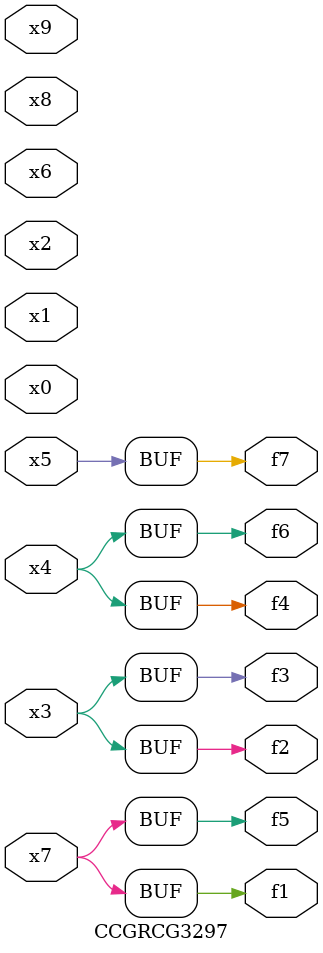
<source format=v>
module CCGRCG3297(
	input x0, x1, x2, x3, x4, x5, x6, x7, x8, x9,
	output f1, f2, f3, f4, f5, f6, f7
);
	assign f1 = x7;
	assign f2 = x3;
	assign f3 = x3;
	assign f4 = x4;
	assign f5 = x7;
	assign f6 = x4;
	assign f7 = x5;
endmodule

</source>
